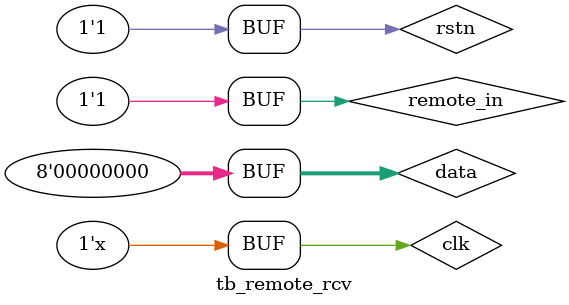
<source format=v>
`timescale 1ns / 1ps
module tb_remote_rcv();

parameter T = 20;
parameter ADDR_CODE = 8'h5a; // 8'b01011010
parameter DATA_CODE = 8'h45;

reg         clk        ;
reg         rstn       ;
reg         remote_in  ;
reg  [7:0]  data       ;
wire        repeat_en  ;
wire        data_en    ;
wire [7:0]  remote_data;
initial begin
    clk = 1'b0;
    rstn = 1'b0;
    #(T+1)
    rstn = 1'b1;
 
end
 
always #(T/2) clk = ~clk;
 
initial begin
    remote_in = 1'b1;
	data = 8'd0;
	
    #100_000 remote_in = 1'b0;
    #9_000_000 remote_in = 1'b1;
    #4_500_000 remote_in = 1'b0;
    
    data = ADDR_CODE;
    repeat(8) begin
        #560_000 remote_in = 1'b1;
        if(data[0])
            #1_690_000 remote_in = 1'b0;
        else
            #560_000 remote_in = 1'b0;
        data = data >>1;
    end
 
    data = ~ADDR_CODE;
    repeat(8) begin
        #560_000 remote_in = 1'b1;
        if(data[0])
            #1_690_000 remote_in = 1'b0;
        else
            #560_000 remote_in = 1'b0;
        data = data >>1;
    end
    data = DATA_CODE;
    repeat(8) begin
        #560_000 remote_in = 1'b1;
        if(data[0])
            #1_690_000 remote_in = 1'b0;
        else
            #560_000 remote_in = 1'b0;
        data = data >>1;
    end
 
    data = ~DATA_CODE;
    repeat(8) begin
        #560_000 remote_in = 1'b1;
        if(data[0])
            #1_690_000 remote_in = 1'b0;
        else
            #560_000 remote_in = 1'b0;
        data = data >>1;
    end
    #560_000 remote_in = 1'b1;
    // 重复码
    #50_000_000 remote_in = 1'b0;
    #9_000_000 remote_in = 1'b1;
    #2_250_000 remote_in = 1'b0;
    #560_000 remote_in = 1'b1;
end
remote_rcv uu(
    .clk        (clk        ),  //input                  clk       ,  //系统时钟
    .rstn       (rstn       ),  //input                  rstn      ,  //系统复位信号，低电平有效
    .remote_in  (remote_in  ),  //input                  remote_in ,  //红外接收信号
    .repeat_en  (repeat_en  ),  //output    reg          repeat_en ,  //重复码有效信号
    .data_en    (data_en    ),  //output    reg          data_en   ,  //数据有效信号
    .data       (remote_data)   //output    reg  [7:0]   data         //红外控制码
);
endmodule


</source>
